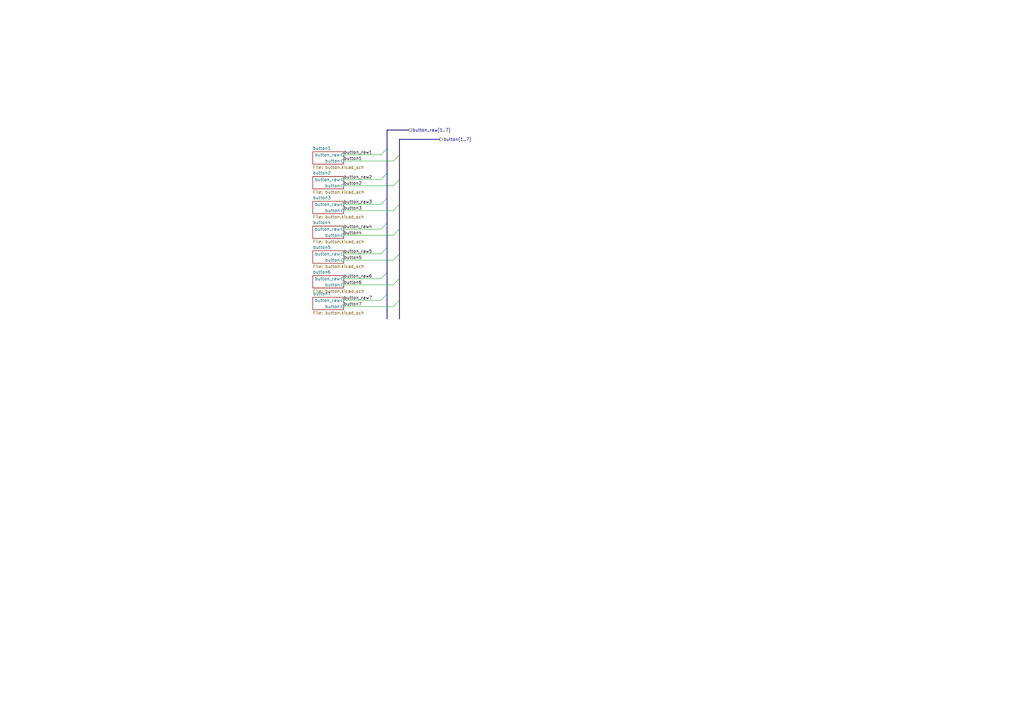
<source format=kicad_sch>
(kicad_sch
	(version 20231120)
	(generator "eeschema")
	(generator_version "8.0")
	(uuid "a86e7b00-ecce-4b00-8b23-8def3cd0c600")
	(paper "A3")
	(title_block
		(title "VCU")
		(date "2025-06-29")
		(rev "3.0")
		(company "NTURacing")
		(comment 1 " 郭哲明 Jack Kuo, Jerrymk, ML Tsou")
		(comment 2 "Electrical group")
	)
	(lib_symbols)
	(bus_entry
		(at 163.83 73.66)
		(size -2.54 2.54)
		(stroke
			(width 0)
			(type default)
		)
		(uuid "01d94741-cbeb-44ea-ab9b-be59e997e923")
	)
	(bus_entry
		(at 163.83 63.5)
		(size -2.54 2.54)
		(stroke
			(width 0)
			(type default)
		)
		(uuid "30a38b0d-eaea-4012-8d05-e4de8b84c1d4")
	)
	(bus_entry
		(at 163.83 123.19)
		(size -2.54 2.54)
		(stroke
			(width 0)
			(type default)
		)
		(uuid "34739156-b29d-414f-8723-a983cec879be")
	)
	(bus_entry
		(at 158.75 60.96)
		(size -2.54 2.54)
		(stroke
			(width 0)
			(type default)
		)
		(uuid "377eb3c5-f232-4f89-be88-46302701b69e")
	)
	(bus_entry
		(at 158.75 111.76)
		(size -2.54 2.54)
		(stroke
			(width 0)
			(type default)
		)
		(uuid "4bab7e2a-9379-49c2-b114-b808aa4f80a7")
	)
	(bus_entry
		(at 163.83 83.82)
		(size -2.54 2.54)
		(stroke
			(width 0)
			(type default)
		)
		(uuid "55d96e4d-9ab5-4e7f-a03f-6623dc602d3c")
	)
	(bus_entry
		(at 158.75 81.28)
		(size -2.54 2.54)
		(stroke
			(width 0)
			(type default)
		)
		(uuid "61e75e15-1be2-45fe-a991-3be09be7a664")
	)
	(bus_entry
		(at 163.83 114.3)
		(size -2.54 2.54)
		(stroke
			(width 0)
			(type default)
		)
		(uuid "7cb05fd0-d6e5-45bc-a71c-0972bc866f8d")
	)
	(bus_entry
		(at 158.75 91.44)
		(size -2.54 2.54)
		(stroke
			(width 0)
			(type default)
		)
		(uuid "92aa1887-848a-4935-bfbe-88260d425ef7")
	)
	(bus_entry
		(at 158.75 120.65)
		(size -2.54 2.54)
		(stroke
			(width 0)
			(type default)
		)
		(uuid "97878115-6afa-424f-ac24-5b7ccfcee2d4")
	)
	(bus_entry
		(at 158.75 101.6)
		(size -2.54 2.54)
		(stroke
			(width 0)
			(type default)
		)
		(uuid "ba9ae78a-3db4-4414-9a07-ef4a55f71f12")
	)
	(bus_entry
		(at 163.83 104.14)
		(size -2.54 2.54)
		(stroke
			(width 0)
			(type default)
		)
		(uuid "bacf5018-1a3d-4c88-b379-3fe34ac31f00")
	)
	(bus_entry
		(at 158.75 71.12)
		(size -2.54 2.54)
		(stroke
			(width 0)
			(type default)
		)
		(uuid "bd2836bb-fb9b-4e15-8515-43df0f5ab1d1")
	)
	(bus_entry
		(at 163.83 93.98)
		(size -2.54 2.54)
		(stroke
			(width 0)
			(type default)
		)
		(uuid "fe6b6f2e-3b95-4a63-8291-ffcc1c202984")
	)
	(wire
		(pts
			(xy 140.97 106.68) (xy 161.29 106.68)
		)
		(stroke
			(width 0)
			(type default)
		)
		(uuid "0a416794-cb21-40fd-89b6-d59ecce9bec5")
	)
	(wire
		(pts
			(xy 140.97 116.84) (xy 161.29 116.84)
		)
		(stroke
			(width 0)
			(type default)
		)
		(uuid "169239bd-f8ee-42eb-b43f-c4d900c96438")
	)
	(wire
		(pts
			(xy 140.97 73.66) (xy 156.21 73.66)
		)
		(stroke
			(width 0)
			(type default)
		)
		(uuid "1b87bb3b-ab91-406c-9180-10b6f65182dc")
	)
	(bus
		(pts
			(xy 158.75 111.76) (xy 158.75 120.65)
		)
		(stroke
			(width 0)
			(type default)
		)
		(uuid "1d6a9ebf-d59a-42d5-b37e-6f67b156a235")
	)
	(wire
		(pts
			(xy 140.97 86.36) (xy 161.29 86.36)
		)
		(stroke
			(width 0)
			(type default)
		)
		(uuid "25905938-0d53-4485-bfe4-6e33e074d3ee")
	)
	(bus
		(pts
			(xy 163.83 63.5) (xy 163.83 73.66)
		)
		(stroke
			(width 0)
			(type default)
		)
		(uuid "284b87ee-09e7-4f32-9286-e44d93f0d792")
	)
	(wire
		(pts
			(xy 156.21 63.5) (xy 140.97 63.5)
		)
		(stroke
			(width 0)
			(type default)
		)
		(uuid "3a0f3d20-cf77-4c02-aa1f-6a70b504492f")
	)
	(wire
		(pts
			(xy 140.97 66.04) (xy 161.29 66.04)
		)
		(stroke
			(width 0)
			(type default)
		)
		(uuid "3a1deab7-0834-42a7-9d4a-1fcbe79d6710")
	)
	(bus
		(pts
			(xy 163.83 104.14) (xy 163.83 114.3)
		)
		(stroke
			(width 0)
			(type default)
		)
		(uuid "4e726dfa-d952-4c00-9237-161b355465d7")
	)
	(bus
		(pts
			(xy 163.83 83.82) (xy 163.83 93.98)
		)
		(stroke
			(width 0)
			(type default)
		)
		(uuid "52730214-90a0-4fea-89a2-e180fa3bb329")
	)
	(wire
		(pts
			(xy 140.97 114.3) (xy 156.21 114.3)
		)
		(stroke
			(width 0)
			(type default)
		)
		(uuid "64a43439-8bac-460d-9b79-27639b5a9124")
	)
	(wire
		(pts
			(xy 140.97 93.98) (xy 156.21 93.98)
		)
		(stroke
			(width 0)
			(type default)
		)
		(uuid "64f34e41-cb0e-4d08-acfa-2dc26f708a73")
	)
	(bus
		(pts
			(xy 158.75 101.6) (xy 158.75 111.76)
		)
		(stroke
			(width 0)
			(type default)
		)
		(uuid "6dd8318e-8de5-4d03-a50c-dd02e34652bf")
	)
	(bus
		(pts
			(xy 163.83 123.19) (xy 163.83 130.81)
		)
		(stroke
			(width 0)
			(type default)
		)
		(uuid "8687764a-bb52-4b57-b6c8-316b5c324a57")
	)
	(wire
		(pts
			(xy 140.97 104.14) (xy 156.21 104.14)
		)
		(stroke
			(width 0)
			(type default)
		)
		(uuid "8eb9f4df-3d82-4a3a-b46b-4554375afb2f")
	)
	(wire
		(pts
			(xy 140.97 83.82) (xy 156.21 83.82)
		)
		(stroke
			(width 0)
			(type default)
		)
		(uuid "9d8174f7-7bc8-45c2-8281-a59817da664b")
	)
	(bus
		(pts
			(xy 158.75 91.44) (xy 158.75 101.6)
		)
		(stroke
			(width 0)
			(type default)
		)
		(uuid "9ff3babe-d3b6-44b1-ae64-70d3e6448ec9")
	)
	(wire
		(pts
			(xy 140.97 96.52) (xy 161.29 96.52)
		)
		(stroke
			(width 0)
			(type default)
		)
		(uuid "a86cf557-0cd0-4425-b376-3cca1646545a")
	)
	(bus
		(pts
			(xy 163.83 93.98) (xy 163.83 104.14)
		)
		(stroke
			(width 0)
			(type default)
		)
		(uuid "a87d89dd-d496-4219-9ff3-073f0c48261b")
	)
	(bus
		(pts
			(xy 158.75 120.65) (xy 158.75 130.81)
		)
		(stroke
			(width 0)
			(type default)
		)
		(uuid "b0e89905-1fda-447a-a797-f1da59b94b2a")
	)
	(bus
		(pts
			(xy 158.75 71.12) (xy 158.75 81.28)
		)
		(stroke
			(width 0)
			(type default)
		)
		(uuid "b13245dc-b8b5-4d4f-bed9-61953f1a9cb8")
	)
	(bus
		(pts
			(xy 163.83 114.3) (xy 163.83 123.19)
		)
		(stroke
			(width 0)
			(type default)
		)
		(uuid "b4db228a-93b4-4ded-a92a-3fb790b2873a")
	)
	(bus
		(pts
			(xy 158.75 53.34) (xy 158.75 60.96)
		)
		(stroke
			(width 0)
			(type default)
		)
		(uuid "c1c162b0-ad7f-4aa6-b657-3d8070921400")
	)
	(bus
		(pts
			(xy 158.75 81.28) (xy 158.75 91.44)
		)
		(stroke
			(width 0)
			(type default)
		)
		(uuid "ca1bb090-fcce-4262-9c18-0d0e9c727ae5")
	)
	(wire
		(pts
			(xy 161.29 76.2) (xy 140.97 76.2)
		)
		(stroke
			(width 0)
			(type default)
		)
		(uuid "cbccd0f1-4647-4576-a67d-a54f11a3252e")
	)
	(bus
		(pts
			(xy 180.34 57.15) (xy 163.83 57.15)
		)
		(stroke
			(width 0)
			(type default)
		)
		(uuid "ccb3e624-1fce-4039-9c57-f82c8123f028")
	)
	(bus
		(pts
			(xy 163.83 73.66) (xy 163.83 83.82)
		)
		(stroke
			(width 0)
			(type default)
		)
		(uuid "ce6be8dc-59ec-48bb-8111-e293a9dde6da")
	)
	(bus
		(pts
			(xy 163.83 57.15) (xy 163.83 63.5)
		)
		(stroke
			(width 0)
			(type default)
		)
		(uuid "de5c5b41-8c26-4e0b-86db-b73d2eccd0b5")
	)
	(wire
		(pts
			(xy 156.21 123.19) (xy 140.97 123.19)
		)
		(stroke
			(width 0)
			(type default)
		)
		(uuid "e475c00f-c245-4f19-a61f-90d6bda91af5")
	)
	(bus
		(pts
			(xy 158.75 60.96) (xy 158.75 71.12)
		)
		(stroke
			(width 0)
			(type default)
		)
		(uuid "f142082c-8d52-4490-ab02-8943f5a692bd")
	)
	(bus
		(pts
			(xy 167.64 53.34) (xy 158.75 53.34)
		)
		(stroke
			(width 0)
			(type default)
		)
		(uuid "f477d57b-0d6d-4562-9e06-7563225afd52")
	)
	(wire
		(pts
			(xy 161.29 125.73) (xy 140.97 125.73)
		)
		(stroke
			(width 0)
			(type default)
		)
		(uuid "fe9913c7-7c2c-431c-8394-89cddd72d912")
	)
	(label "button3"
		(at 140.97 86.36 0)
		(effects
			(font
				(size 1.27 1.27)
			)
			(justify left bottom)
		)
		(uuid "2b632268-d63f-4b0e-95d5-4403c1a7b77c")
	)
	(label "button_raw1"
		(at 140.97 63.5 0)
		(effects
			(font
				(size 1.27 1.27)
			)
			(justify left bottom)
		)
		(uuid "38b25f25-9355-4ecc-ad83-059870d4f89b")
	)
	(label "button4"
		(at 140.97 96.52 0)
		(effects
			(font
				(size 1.27 1.27)
			)
			(justify left bottom)
		)
		(uuid "4ca52b3d-e6e0-4fcf-b156-377db42818d0")
	)
	(label "button1"
		(at 140.97 66.04 0)
		(effects
			(font
				(size 1.27 1.27)
			)
			(justify left bottom)
		)
		(uuid "564738a4-d7e6-4ed5-ac05-c597fd589f90")
	)
	(label "button6"
		(at 140.97 116.84 0)
		(effects
			(font
				(size 1.27 1.27)
			)
			(justify left bottom)
		)
		(uuid "5f0a6de3-f20e-40e1-b355-a3c0c48a4d04")
	)
	(label "button_raw5"
		(at 140.97 104.14 0)
		(effects
			(font
				(size 1.27 1.27)
			)
			(justify left bottom)
		)
		(uuid "6ed765e0-bb59-489e-a9ad-55a18bc9647d")
	)
	(label "button_raw3"
		(at 140.97 83.82 0)
		(effects
			(font
				(size 1.27 1.27)
			)
			(justify left bottom)
		)
		(uuid "7031f0cc-ffe5-4467-bead-9b308c72819f")
	)
	(label "button7"
		(at 140.97 125.73 0)
		(effects
			(font
				(size 1.27 1.27)
			)
			(justify left bottom)
		)
		(uuid "9f3271b2-4221-435a-9e60-9b0dd5d5123b")
	)
	(label "button5"
		(at 140.97 106.68 0)
		(effects
			(font
				(size 1.27 1.27)
			)
			(justify left bottom)
		)
		(uuid "a105e65b-aa13-49c6-a7d1-7a68176dde38")
	)
	(label "button2"
		(at 140.97 76.2 0)
		(effects
			(font
				(size 1.27 1.27)
			)
			(justify left bottom)
		)
		(uuid "c68b066d-2165-474c-a8ea-cf8fca6b3dc4")
	)
	(label "button_raw4"
		(at 140.97 93.98 0)
		(effects
			(font
				(size 1.27 1.27)
			)
			(justify left bottom)
		)
		(uuid "d0cf2cea-70e1-47f9-b1d0-53854832b5a1")
	)
	(label "button_raw6"
		(at 140.97 114.3 0)
		(effects
			(font
				(size 1.27 1.27)
			)
			(justify left bottom)
		)
		(uuid "dfc84685-6732-4d0e-b8d2-c81dc8b9d76b")
	)
	(label "button_raw7"
		(at 140.97 123.19 0)
		(effects
			(font
				(size 1.27 1.27)
			)
			(justify left bottom)
		)
		(uuid "ebbd3ff2-d4fa-4cca-9309-945e60943da7")
	)
	(label "button_raw2"
		(at 140.97 73.66 0)
		(effects
			(font
				(size 1.27 1.27)
			)
			(justify left bottom)
		)
		(uuid "ebde8e64-017d-44de-a612-7337c94267a7")
	)
	(hierarchical_label "button[1..7]"
		(shape output)
		(at 180.34 57.15 0)
		(effects
			(font
				(size 1.27 1.27)
			)
			(justify left)
		)
		(uuid "14f4953a-b110-4376-862b-0478b7c733bd")
	)
	(hierarchical_label "button_raw[1..7]"
		(shape input)
		(at 167.64 53.34 0)
		(effects
			(font
				(size 1.27 1.27)
			)
			(justify left)
		)
		(uuid "8f5725d7-7d3d-4ce2-a331-663491af5793")
	)
	(sheet
		(at 128.27 102.87)
		(size 12.7 5.08)
		(fields_autoplaced yes)
		(stroke
			(width 0.1524)
			(type solid)
		)
		(fill
			(color 0 0 0 0.0000)
		)
		(uuid "11fb99d3-9921-487c-b162-f10d0cce3876")
		(property "Sheetname" "button5"
			(at 128.27 102.1584 0)
			(effects
				(font
					(size 1.27 1.27)
				)
				(justify left bottom)
			)
		)
		(property "Sheetfile" "button.kicad_sch"
			(at 128.27 108.5346 0)
			(effects
				(font
					(size 1.27 1.27)
				)
				(justify left top)
			)
		)
		(pin "button_raw" input
			(at 140.97 104.14 0)
			(effects
				(font
					(size 1.27 1.27)
				)
				(justify right)
			)
			(uuid "6c76253b-71a1-4d50-8152-031bf2cd942e")
		)
		(pin "button" input
			(at 140.97 106.68 0)
			(effects
				(font
					(size 1.27 1.27)
				)
				(justify right)
			)
			(uuid "7c916dc3-a22d-4aaf-b645-e8a6391d54ea")
		)
		(instances
			(project "VCU"
				(path "/eb296f24-894e-4ea0-b0cd-3ba211155378/f84ccceb-38fe-46cb-a202-3b28cb45a098"
					(page "11")
				)
			)
		)
	)
	(sheet
		(at 128.27 121.92)
		(size 12.7 5.08)
		(fields_autoplaced yes)
		(stroke
			(width 0.1524)
			(type solid)
		)
		(fill
			(color 0 0 0 0.0000)
		)
		(uuid "1234d6bd-0145-414e-b0fa-9145c62d64cf")
		(property "Sheetname" "button7"
			(at 128.27 121.2084 0)
			(effects
				(font
					(size 1.27 1.27)
				)
				(justify left bottom)
			)
		)
		(property "Sheetfile" "button.kicad_sch"
			(at 128.27 127.5846 0)
			(effects
				(font
					(size 1.27 1.27)
				)
				(justify left top)
			)
		)
		(pin "button_raw" input
			(at 140.97 123.19 0)
			(effects
				(font
					(size 1.27 1.27)
				)
				(justify right)
			)
			(uuid "83a0d4d8-05f1-439c-b973-2136c1b00e60")
		)
		(pin "button" input
			(at 140.97 125.73 0)
			(effects
				(font
					(size 1.27 1.27)
				)
				(justify right)
			)
			(uuid "68ba27fe-d32b-4366-8dd8-ec56fc9d35d3")
		)
		(instances
			(project "VCU"
				(path "/eb296f24-894e-4ea0-b0cd-3ba211155378/f84ccceb-38fe-46cb-a202-3b28cb45a098"
					(page "13")
				)
			)
		)
	)
	(sheet
		(at 128.27 62.23)
		(size 12.7 5.08)
		(fields_autoplaced yes)
		(stroke
			(width 0.1524)
			(type solid)
		)
		(fill
			(color 0 0 0 0.0000)
		)
		(uuid "34038e31-a36e-4d80-b99c-e8b4c99e88d2")
		(property "Sheetname" "button1"
			(at 128.27 61.5184 0)
			(effects
				(font
					(size 1.27 1.27)
				)
				(justify left bottom)
			)
		)
		(property "Sheetfile" "button.kicad_sch"
			(at 128.27 67.8946 0)
			(effects
				(font
					(size 1.27 1.27)
				)
				(justify left top)
			)
		)
		(pin "button_raw" input
			(at 140.97 63.5 0)
			(effects
				(font
					(size 1.27 1.27)
				)
				(justify right)
			)
			(uuid "e61a26ff-e443-42c1-9a1e-62d768b8e32e")
		)
		(pin "button" input
			(at 140.97 66.04 0)
			(effects
				(font
					(size 1.27 1.27)
				)
				(justify right)
			)
			(uuid "990bc9a2-680d-4547-b784-b5cf8aa3fa0d")
		)
		(instances
			(project "VCU"
				(path "/eb296f24-894e-4ea0-b0cd-3ba211155378/f84ccceb-38fe-46cb-a202-3b28cb45a098"
					(page "7")
				)
			)
		)
	)
	(sheet
		(at 128.27 82.55)
		(size 12.7 5.08)
		(fields_autoplaced yes)
		(stroke
			(width 0.1524)
			(type solid)
		)
		(fill
			(color 0 0 0 0.0000)
		)
		(uuid "58c8fb18-8c78-4385-b57a-d987360bfecd")
		(property "Sheetname" "button3"
			(at 128.27 81.8384 0)
			(effects
				(font
					(size 1.27 1.27)
				)
				(justify left bottom)
			)
		)
		(property "Sheetfile" "button.kicad_sch"
			(at 128.27 88.2146 0)
			(effects
				(font
					(size 1.27 1.27)
				)
				(justify left top)
			)
		)
		(pin "button_raw" input
			(at 140.97 83.82 0)
			(effects
				(font
					(size 1.27 1.27)
				)
				(justify right)
			)
			(uuid "75709db8-533e-4770-b338-890d95c7ccb2")
		)
		(pin "button" input
			(at 140.97 86.36 0)
			(effects
				(font
					(size 1.27 1.27)
				)
				(justify right)
			)
			(uuid "e56baa59-be70-4738-a745-fd66e32fc41f")
		)
		(instances
			(project "VCU"
				(path "/eb296f24-894e-4ea0-b0cd-3ba211155378/f84ccceb-38fe-46cb-a202-3b28cb45a098"
					(page "9")
				)
			)
		)
	)
	(sheet
		(at 128.27 72.39)
		(size 12.7 5.08)
		(fields_autoplaced yes)
		(stroke
			(width 0.1524)
			(type solid)
		)
		(fill
			(color 0 0 0 0.0000)
		)
		(uuid "8285e68c-210f-4c41-a240-f5a77178dbdc")
		(property "Sheetname" "button2"
			(at 128.27 71.6784 0)
			(effects
				(font
					(size 1.27 1.27)
				)
				(justify left bottom)
			)
		)
		(property "Sheetfile" "button.kicad_sch"
			(at 128.27 78.0546 0)
			(effects
				(font
					(size 1.27 1.27)
				)
				(justify left top)
			)
		)
		(pin "button_raw" input
			(at 140.97 73.66 0)
			(effects
				(font
					(size 1.27 1.27)
				)
				(justify right)
			)
			(uuid "0d641bc9-69d0-4911-b42c-e569af635800")
		)
		(pin "button" input
			(at 140.97 76.2 0)
			(effects
				(font
					(size 1.27 1.27)
				)
				(justify right)
			)
			(uuid "4f0dfa5d-56f3-4c48-adfd-0a1b39945eac")
		)
		(instances
			(project "VCU"
				(path "/eb296f24-894e-4ea0-b0cd-3ba211155378/f84ccceb-38fe-46cb-a202-3b28cb45a098"
					(page "8")
				)
			)
		)
	)
	(sheet
		(at 128.27 113.03)
		(size 12.7 5.08)
		(fields_autoplaced yes)
		(stroke
			(width 0.1524)
			(type solid)
		)
		(fill
			(color 0 0 0 0.0000)
		)
		(uuid "df00ff88-7d60-43b9-9786-d96032bc9d22")
		(property "Sheetname" "button6"
			(at 128.27 112.3184 0)
			(effects
				(font
					(size 1.27 1.27)
				)
				(justify left bottom)
			)
		)
		(property "Sheetfile" "button.kicad_sch"
			(at 128.27 118.6946 0)
			(effects
				(font
					(size 1.27 1.27)
				)
				(justify left top)
			)
		)
		(pin "button_raw" input
			(at 140.97 114.3 0)
			(effects
				(font
					(size 1.27 1.27)
				)
				(justify right)
			)
			(uuid "ede7773f-b581-4bcc-8258-270ed911a000")
		)
		(pin "button" input
			(at 140.97 116.84 0)
			(effects
				(font
					(size 1.27 1.27)
				)
				(justify right)
			)
			(uuid "7560c847-251d-4bf0-8729-f172a2585e2f")
		)
		(instances
			(project "VCU"
				(path "/eb296f24-894e-4ea0-b0cd-3ba211155378/f84ccceb-38fe-46cb-a202-3b28cb45a098"
					(page "12")
				)
			)
		)
	)
	(sheet
		(at 128.27 92.71)
		(size 12.7 5.08)
		(fields_autoplaced yes)
		(stroke
			(width 0.1524)
			(type solid)
		)
		(fill
			(color 0 0 0 0.0000)
		)
		(uuid "f8d3a835-335b-4618-abe2-0ca16e26bc2b")
		(property "Sheetname" "button4"
			(at 128.27 91.9984 0)
			(effects
				(font
					(size 1.27 1.27)
				)
				(justify left bottom)
			)
		)
		(property "Sheetfile" "button.kicad_sch"
			(at 128.27 98.3746 0)
			(effects
				(font
					(size 1.27 1.27)
				)
				(justify left top)
			)
		)
		(pin "button_raw" input
			(at 140.97 93.98 0)
			(effects
				(font
					(size 1.27 1.27)
				)
				(justify right)
			)
			(uuid "db05405c-ab0b-420e-878d-fee2de503310")
		)
		(pin "button" input
			(at 140.97 96.52 0)
			(effects
				(font
					(size 1.27 1.27)
				)
				(justify right)
			)
			(uuid "c8827a6b-4a1e-4563-b6de-a77fc97438ac")
		)
		(instances
			(project "VCU"
				(path "/eb296f24-894e-4ea0-b0cd-3ba211155378/f84ccceb-38fe-46cb-a202-3b28cb45a098"
					(page "10")
				)
			)
		)
	)
)

</source>
